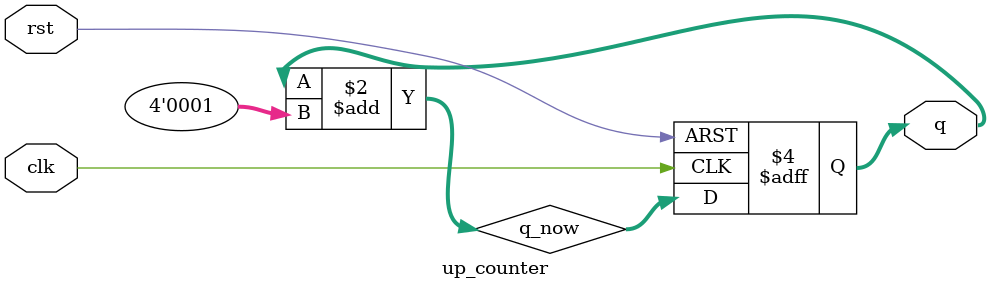
<source format=v>
`timescale 1ns / 1ps
   


module up_counter(q,clk,rst);
    input clk, rst;
    output [3:0]q;
    reg [3:0]q;
    reg [3:0]q_now;

always@(q)
    q_now = q + 4'd1;
    
always@(posedge clk or posedge rst)
    if(rst) 
        q<=4'd0;
    else 
        q<=q_now;

endmodule



</source>
